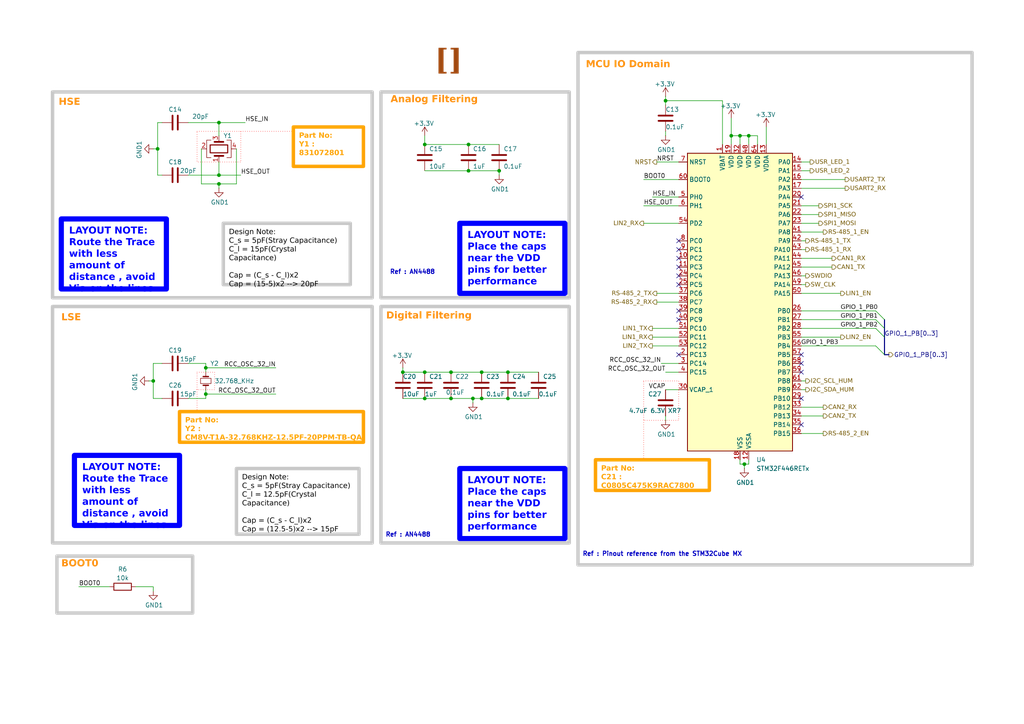
<source format=kicad_sch>
(kicad_sch (version 20231120) (generator "eeschema") (generator_version "8.0")
  (paper "A4")
  (title_block (title "Rapid-Core") (date "2024-09-09") (rev "1.0.1"))
  (lib_symbols
    (symbol "+3.3V_1" (power) (pin_numbers hide) (pin_names (offset 0) hide)
      (property "Value" "+3.3V" (at 0 3.556 0))
      (symbol "+3.3V_1_0_1"
        (polyline (pts (xy -0.762 1.27) (xy 0 2.54)))
        (polyline (pts (xy 0 0) (xy 0 2.54)))
        (polyline (pts (xy 0 2.54) (xy 0.762 1.27)))
      )
      (symbol "+3.3V_1_1_1"
        (pin power_in line (at 0 0 90) (length 0) (name "~") (number "1"))
      )
    )
    (symbol "Device:C" (pin_numbers hide) (pin_names (offset 0.254))
      (property "Reference" "C" (at 0.635 2.54 0))
      (property "Value" "C" (at 0.635 -2.54 0))
      (symbol "C_0_1"
        (polyline (pts (xy -2.032 -0.762) (xy 2.032 -0.762)) (stroke (width 0.508)))
        (polyline (pts (xy -2.032 0.762) (xy 2.032 0.762)) (stroke (width 0.508)))
      )
      (symbol "C_1_1"
        (pin passive line (at 0 3.81 270) (length 2.794) (name "~") (number "1"))
        (pin passive line (at 0 -3.81 90) (length 2.794) (name "~") (number "2"))
      )
    )
    (symbol "Device:Crystal_GND24" (pin_names (offset 1.016) hide)
      (property "Reference" "Y" (at 3.175 5.08 0))
      (property "Value" "Crystal_GND24" (at 3.175 3.175 0))
      (symbol "Crystal_GND24_0_1"
        (rectangle (start -1.143 2.54) (end 1.143 -2.54) (stroke (width 0.3048)))
        (polyline (pts (xy -2.54 0) (xy -2.032 0)))
        (polyline (pts (xy -2.032 -1.27) (xy -2.032 1.27)) (stroke (width 0.508)))
        (polyline (pts (xy 0 -3.81) (xy 0 -3.556)))
        (polyline (pts (xy 0 3.556) (xy 0 3.81)))
        (polyline (pts (xy 2.032 -1.27) (xy 2.032 1.27)) (stroke (width 0.508)))
        (polyline (pts (xy 2.032 0) (xy 2.54 0)))
        (polyline (pts (xy -2.54 -2.286) (xy -2.54 -3.556) (xy 2.54 -3.556) (xy 2.54 -2.286)))
        (polyline (pts (xy -2.54 2.286) (xy -2.54 3.556) (xy 2.54 3.556) (xy 2.54 2.286)))
      )
      (symbol "Crystal_GND24_1_1"
        (pin passive line (at -3.81 0 0) (length 1.27) (name "1") (number "1"))
        (pin passive line (at 0 5.08 270) (length 1.27) (name "2") (number "2"))
        (pin passive line (at 3.81 0 180) (length 1.27) (name "3") (number "3"))
        (pin passive line (at 0 -5.08 90) (length 1.27) (name "4") (number "4"))
      )
    )
    (symbol "Device:Crystal_Small" (pin_numbers hide) (pin_names (offset 1.016) hide)
      (property "Reference" "Y" (at 0 2.54 0))
      (property "Value" "Crystal_Small" (at 0 -2.54 0))
      (symbol "Crystal_Small_0_1"
        (rectangle (start -0.762 -1.524) (end 0.762 1.524))
        (polyline (pts (xy -1.27 -0.762) (xy -1.27 0.762)) (stroke (width 0.381)))
        (polyline (pts (xy 1.27 -0.762) (xy 1.27 0.762)) (stroke (width 0.381)))
      )
      (symbol "Crystal_Small_1_1"
        (pin passive line (at -2.54 0 0) (length 1.27) (name "1") (number "1"))
        (pin passive line (at 2.54 0 180) (length 1.27) (name "2") (number "2"))
      )
    )
    (symbol "Device:R" (pin_numbers hide) (pin_names (offset 0))
      (property "Reference" "R" (at 2.032 0 90))
      (property "Value" "R" (at 0 0 90))
      (symbol "R_0_1"
        (rectangle (start -1.016 -2.54) (end 1.016 2.54) (stroke (width 0.254)))
      )
      (symbol "R_1_1"
        (pin passive line (at 0 3.81 270) (length 1.27) (name "~") (number "1"))
        (pin passive line (at 0 -3.81 90) (length 1.27) (name "~") (number "2"))
      )
    )
    (symbol "GND1_1" (power) (pin_numbers hide) (pin_names (offset 0) hide)
      (property "Value" "GND1" (at 0 -3.81 0))
      (symbol "GND1_1_0_1"
        (polyline (pts (xy 0 0) (xy 0 -1.27) (xy 1.27 -1.27) (xy 0 -2.54) (xy -1.27 -1.27) (xy 0 -1.27)))
      )
      (symbol "GND1_1_1_1"
        (pin power_in line (at 0 0 270) (length 0) (name "~") (number "1"))
      )
    )
    (symbol "MCU_ST_STM32F4:STM32F446RETx"
      (property "Reference" "U" (at -15.24 44.45 0))
      (property "Value" "STM32F446RETx" (at 10.16 44.45 0))
      (symbol "STM32F446RETx_0_1"
        (rectangle (start -15.24 -43.18) (end 15.24 43.18) (stroke (width 0.254)) (fill (type background)))
      )
      (symbol "STM32F446RETx_1_1"
        (pin power_in line (at -5.08 45.72 270) (length 2.54) (name "VBAT") (number "1"))
        (pin bidirectional line (at -17.78 12.7 0) (length 2.54) (name "PC2") (number "10"))
        (pin bidirectional line (at -17.78 10.16 0) (length 2.54) (name "PC3") (number "11"))
        (pin power_in line (at 2.54 -45.72 90) (length 2.54) (name "VSSA") (number "12"))
        (pin power_in line (at 7.62 45.72 270) (length 2.54) (name "VDDA") (number "13"))
        (pin bidirectional line (at 17.78 40.64 180) (length 2.54) (name "PA0") (number "14"))
        (pin bidirectional line (at 17.78 38.1 180) (length 2.54) (name "PA1") (number "15"))
        (pin bidirectional line (at 17.78 35.56 180) (length 2.54) (name "PA2") (number "16"))
        (pin bidirectional line (at 17.78 33.02 180) (length 2.54) (name "PA3") (number "17"))
        (pin power_in line (at 0 -45.72 90) (length 2.54) (name "VSS") (number "18"))
        (pin power_in line (at -2.54 45.72 270) (length 2.54) (name "VDD") (number "19"))
        (pin bidirectional line (at -17.78 -15.24 0) (length 2.54) (name "PC13") (number "2"))
        (pin bidirectional line (at 17.78 30.48 180) (length 2.54) (name "PA4") (number "20"))
        (pin bidirectional line (at 17.78 27.94 180) (length 2.54) (name "PA5") (number "21"))
        (pin bidirectional line (at 17.78 25.4 180) (length 2.54) (name "PA6") (number "22"))
        (pin bidirectional line (at 17.78 22.86 180) (length 2.54) (name "PA7") (number "23"))
        (pin bidirectional line (at -17.78 7.62 0) (length 2.54) (name "PC4") (number "24"))
        (pin bidirectional line (at -17.78 5.08 0) (length 2.54) (name "PC5") (number "25"))
        (pin bidirectional line (at 17.78 -2.54 180) (length 2.54) (name "PB0") (number "26"))
        (pin bidirectional line (at 17.78 -5.08 180) (length 2.54) (name "PB1") (number "27"))
        (pin bidirectional line (at 17.78 -7.62 180) (length 2.54) (name "PB2") (number "28"))
        (pin bidirectional line (at 17.78 -27.94 180) (length 2.54) (name "PB10") (number "29"))
        (pin bidirectional line (at -17.78 -17.78 0) (length 2.54) (name "PC14") (number "3"))
        (pin power_out line (at -17.78 -25.4 0) (length 2.54) (name "VCAP_1") (number "30"))
        (pin passive line (at 0 -45.72 90) (length 2.54) hide (name "VSS") (number "31"))
        (pin power_in line (at 0 45.72 270) (length 2.54) (name "VDD") (number "32"))
        (pin bidirectional line (at 17.78 -30.48 180) (length 2.54) (name "PB12") (number "33"))
        (pin bidirectional line (at 17.78 -33.02 180) (length 2.54) (name "PB13") (number "34"))
        (pin bidirectional line (at 17.78 -35.56 180) (length 2.54) (name "PB14") (number "35"))
        (pin bidirectional line (at 17.78 -38.1 180) (length 2.54) (name "PB15") (number "36"))
        (pin bidirectional line (at -17.78 2.54 0) (length 2.54) (name "PC6") (number "37"))
        (pin bidirectional line (at -17.78 0 0) (length 2.54) (name "PC7") (number "38"))
        (pin bidirectional line (at -17.78 -2.54 0) (length 2.54) (name "PC8") (number "39"))
        (pin bidirectional line (at -17.78 -20.32 0) (length 2.54) (name "PC15") (number "4"))
        (pin bidirectional line (at -17.78 -5.08 0) (length 2.54) (name "PC9") (number "40"))
        (pin bidirectional line (at 17.78 20.32 180) (length 2.54) (name "PA8") (number "41"))
        (pin bidirectional line (at 17.78 17.78 180) (length 2.54) (name "PA9") (number "42"))
        (pin bidirectional line (at 17.78 15.24 180) (length 2.54) (name "PA10") (number "43"))
        (pin bidirectional line (at 17.78 12.7 180) (length 2.54) (name "PA11") (number "44"))
        (pin bidirectional line (at 17.78 10.16 180) (length 2.54) (name "PA12") (number "45"))
        (pin bidirectional line (at 17.78 7.62 180) (length 2.54) (name "PA13") (number "46"))
        (pin passive line (at 0 -45.72 90) (length 2.54) hide (name "VSS") (number "47"))
        (pin power_in line (at 2.54 45.72 270) (length 2.54) (name "VDD") (number "48"))
        (pin bidirectional line (at 17.78 5.08 180) (length 2.54) (name "PA14") (number "49"))
        (pin bidirectional line (at -17.78 30.48 0) (length 2.54) (name "PH0") (number "5"))
        (pin bidirectional line (at 17.78 2.54 180) (length 2.54) (name "PA15") (number "50"))
        (pin bidirectional line (at -17.78 -7.62 0) (length 2.54) (name "PC10") (number "51"))
        (pin bidirectional line (at -17.78 -10.16 0) (length 2.54) (name "PC11") (number "52"))
        (pin bidirectional line (at -17.78 -12.7 0) (length 2.54) (name "PC12") (number "53"))
        (pin bidirectional line (at -17.78 22.86 0) (length 2.54) (name "PD2") (number "54"))
        (pin bidirectional line (at 17.78 -10.16 180) (length 2.54) (name "PB3") (number "55"))
        (pin bidirectional line (at 17.78 -12.7 180) (length 2.54) (name "PB4") (number "56"))
        (pin bidirectional line (at 17.78 -15.24 180) (length 2.54) (name "PB5") (number "57"))
        (pin bidirectional line (at 17.78 -17.78 180) (length 2.54) (name "PB6") (number "58"))
        (pin bidirectional line (at 17.78 -20.32 180) (length 2.54) (name "PB7") (number "59"))
        (pin bidirectional line (at -17.78 27.94 0) (length 2.54) (name "PH1") (number "6"))
        (pin input line (at -17.78 35.56 0) (length 2.54) (name "BOOT0") (number "60"))
        (pin bidirectional line (at 17.78 -22.86 180) (length 2.54) (name "PB8") (number "61"))
        (pin bidirectional line (at 17.78 -25.4 180) (length 2.54) (name "PB9") (number "62"))
        (pin passive line (at 0 -45.72 90) (length 2.54) hide (name "VSS") (number "63"))
        (pin power_in line (at 5.08 45.72 270) (length 2.54) (name "VDD") (number "64"))
        (pin input line (at -17.78 40.64 0) (length 2.54) (name "NRST") (number "7"))
        (pin bidirectional line (at -17.78 17.78 0) (length 2.54) (name "PC0") (number "8"))
        (pin bidirectional line (at -17.78 15.24 0) (length 2.54) (name "PC1") (number "9"))
      )
    )
  )
  (junction (at 217.17 39.37))
  (junction (at 59.69 106.68))
  (junction (at 135.89 41.91))
  (junction (at 63.5 53.34))
  (junction (at 45.72 43.18))
  (junction (at 123.19 107.95))
  (junction (at 193.04 29.21))
  (junction (at 44.45 110.49))
  (junction (at 147.32 115.57))
  (junction (at 139.7 107.95))
  (junction (at 135.89 49.53))
  (junction (at 130.81 115.57))
  (junction (at 139.7 115.57))
  (junction (at 147.32 107.95))
  (junction (at 63.5 35.56))
  (junction (at 212.09 39.37))
  (junction (at 215.9 134.62))
  (junction (at 144.78 49.53))
  (junction (at 63.5 50.8))
  (junction (at 214.63 39.37))
  (junction (at 59.69 114.3))
  (junction (at 130.81 107.95))
  (junction (at 123.19 115.57))
  (junction (at 123.19 41.91))
  (junction (at 137.16 115.57))
  (junction (at 116.84 107.95))
  (no_connect (at 232.41 107.95))
  (no_connect (at 196.85 102.87))
  (no_connect (at 232.41 105.41))
  (no_connect (at 232.41 123.19))
  (no_connect (at 232.41 115.57))
  (no_connect (at 196.85 92.71))
  (no_connect (at 196.85 90.17))
  (no_connect (at 232.41 102.87))
  (no_connect (at 196.85 74.93))
  (no_connect (at 196.85 82.55))
  (no_connect (at 196.85 80.01))
  (no_connect (at 196.85 77.47))
  (no_connect (at 196.85 72.39))
  (no_connect (at 196.85 69.85))
  (no_connect (at 232.41 57.15))
  (bus_entry (at 254 90.17) (size 2.54 2.54))
  (bus_entry (at 254 95.25) (size 2.54 2.54))
  (bus_entry (at 254 92.71) (size 2.54 2.54))
  (bus_entry (at 254 100.33) (size 2.54 2.54))
  (wire (pts (xy 232.41 54.61) (xy 245.11 54.61)))
  (wire (pts (xy 144.78 49.53) (xy 144.78 50.8)))
  (wire (pts (xy 123.19 39.37) (xy 123.19 41.91)))
  (wire (pts (xy 116.84 106.68) (xy 116.84 107.95)))
  (wire (pts (xy 130.81 107.95) (xy 139.7 107.95)))
  (wire (pts (xy 123.19 115.57) (xy 130.81 115.57)))
  (wire (pts (xy 209.55 29.21) (xy 209.55 41.91)))
  (wire (pts (xy 54.61 105.41) (xy 59.69 105.41)))
  (wire (pts (xy 217.17 39.37) (xy 219.71 39.37)))
  (wire (pts (xy 233.68 69.85) (xy 232.41 69.85)))
  (wire (pts (xy 59.69 114.3) (xy 59.69 113.03)))
  (wire (pts (xy 215.9 134.62) (xy 215.9 135.89)))
  (wire (pts (xy 43.18 110.49) (xy 44.45 110.49)))
  (wire (pts (xy 22.86 170.18) (xy 31.75 170.18)))
  (wire (pts (xy 232.41 77.47) (xy 241.3 77.47)))
  (polyline (pts (xy 69.85 38.1) (xy 85.09 38.1)) (stroke (width 0) (type dot) (color 255 0 7 1)))
  (wire (pts (xy 44.45 110.49) (xy 44.45 105.41)))
  (wire (pts (xy 45.72 43.18) (xy 44.45 43.18)))
  (wire (pts (xy 190.5 87.63) (xy 196.85 87.63)))
  (wire (pts (xy 63.5 35.56) (xy 71.12 35.56)))
  (wire (pts (xy 232.41 59.69) (xy 237.49 59.69)))
  (wire (pts (xy 232.41 67.31) (xy 238.76 67.31)))
  (bus (pts (xy 256.54 97.79) (xy 256.54 102.87)))
  (wire (pts (xy 59.69 106.68) (xy 80.01 106.68)))
  (polyline (pts (xy 186.69 121.92) (xy 186.69 133.35)) (stroke (width 0) (type dot) (color 255 23 0 1)))
  (wire (pts (xy 232.41 74.93) (xy 241.3 74.93)))
  (wire (pts (xy 193.04 29.21) (xy 193.04 27.94)))
  (wire (pts (xy 219.71 39.37) (xy 219.71 41.91)))
  (wire (pts (xy 68.58 43.18) (xy 68.58 53.34)))
  (wire (pts (xy 59.69 114.3) (xy 80.01 114.3)))
  (wire (pts (xy 232.41 52.07) (xy 245.11 52.07)))
  (wire (pts (xy 232.41 92.71) (xy 254 92.71)))
  (wire (pts (xy 232.41 62.23) (xy 237.49 62.23)))
  (wire (pts (xy 116.84 107.95) (xy 123.19 107.95)))
  (wire (pts (xy 189.23 95.25) (xy 196.85 95.25)))
  (wire (pts (xy 214.63 134.62) (xy 215.9 134.62)))
  (wire (pts (xy 45.72 35.56) (xy 45.72 43.18)))
  (wire (pts (xy 46.99 115.57) (xy 44.45 115.57)))
  (wire (pts (xy 147.32 115.57) (xy 156.21 115.57)))
  (wire (pts (xy 63.5 50.8) (xy 69.85 50.8)))
  (wire (pts (xy 58.42 43.18) (xy 58.42 53.34)))
  (wire (pts (xy 190.5 85.09) (xy 196.85 85.09)))
  (wire (pts (xy 147.32 107.95) (xy 156.21 107.95)))
  (wire (pts (xy 232.41 97.79) (xy 243.84 97.79)))
  (wire (pts (xy 193.04 29.21) (xy 209.55 29.21)))
  (wire (pts (xy 58.42 53.34) (xy 63.5 53.34)))
  (polyline (pts (xy 57.15 113.03) (xy 57.15 119.38)) (stroke (width 0) (type dot) (color 255 0 6 1)))
  (wire (pts (xy 217.17 39.37) (xy 217.17 41.91)))
  (wire (pts (xy 54.61 35.56) (xy 63.5 35.56)))
  (wire (pts (xy 63.5 53.34) (xy 68.58 53.34)))
  (wire (pts (xy 44.45 105.41) (xy 46.99 105.41)))
  (wire (pts (xy 135.89 49.53) (xy 144.78 49.53)))
  (wire (pts (xy 233.68 82.55) (xy 232.41 82.55)))
  (wire (pts (xy 45.72 35.56) (xy 46.99 35.56)))
  (wire (pts (xy 189.23 100.33) (xy 196.85 100.33)))
  (wire (pts (xy 186.69 64.77) (xy 196.85 64.77)))
  (wire (pts (xy 232.41 64.77) (xy 237.49 64.77)))
  (wire (pts (xy 63.5 46.99) (xy 63.5 50.8)))
  (wire (pts (xy 232.41 90.17) (xy 254 90.17)))
  (wire (pts (xy 214.63 39.37) (xy 217.17 39.37)))
  (wire (pts (xy 139.7 107.95) (xy 147.32 107.95)))
  (wire (pts (xy 214.63 134.62) (xy 214.63 133.35)))
  (wire (pts (xy 44.45 110.49) (xy 44.45 115.57)))
  (bus (pts (xy 256.54 95.25) (xy 256.54 97.79)))
  (wire (pts (xy 214.63 39.37) (xy 214.63 41.91)))
  (wire (pts (xy 123.19 41.91) (xy 135.89 41.91)))
  (wire (pts (xy 232.41 120.65) (xy 238.76 120.65)))
  (wire (pts (xy 232.41 95.25) (xy 254 95.25)))
  (wire (pts (xy 63.5 54.61) (xy 63.5 53.34)))
  (wire (pts (xy 193.04 107.95) (xy 196.85 107.95)))
  (bus (pts (xy 256.54 92.71) (xy 256.54 95.25)))
  (wire (pts (xy 186.69 52.07) (xy 196.85 52.07)))
  (wire (pts (xy 186.69 59.69) (xy 196.85 59.69)))
  (wire (pts (xy 193.04 39.37) (xy 193.04 38.1)))
  (wire (pts (xy 59.69 106.68) (xy 59.69 107.95)))
  (wire (pts (xy 189.23 97.79) (xy 196.85 97.79)))
  (wire (pts (xy 193.04 30.48) (xy 193.04 29.21)))
  (wire (pts (xy 191.77 105.41) (xy 196.85 105.41)))
  (wire (pts (xy 232.41 118.11) (xy 238.76 118.11)))
  (wire (pts (xy 222.25 36.83) (xy 222.25 41.91)))
  (wire (pts (xy 123.19 49.53) (xy 135.89 49.53)))
  (wire (pts (xy 189.23 57.15) (xy 196.85 57.15)))
  (wire (pts (xy 232.41 100.33) (xy 254 100.33)))
  (wire (pts (xy 212.09 39.37) (xy 214.63 39.37)))
  (wire (pts (xy 232.41 85.09) (xy 243.84 85.09)))
  (wire (pts (xy 59.69 115.57) (xy 59.69 114.3)))
  (wire (pts (xy 116.84 115.57) (xy 123.19 115.57)))
  (wire (pts (xy 233.68 72.39) (xy 232.41 72.39)))
  (wire (pts (xy 45.72 50.8) (xy 45.72 43.18)))
  (wire (pts (xy 217.17 134.62) (xy 217.17 133.35)))
  (wire (pts (xy 54.61 50.8) (xy 63.5 50.8)))
  (wire (pts (xy 233.68 113.03) (xy 232.41 113.03)))
  (wire (pts (xy 54.61 115.57) (xy 59.69 115.57)))
  (wire (pts (xy 130.81 115.57) (xy 137.16 115.57)))
  (wire (pts (xy 137.16 115.57) (xy 139.7 115.57)))
  (bus (pts (xy 257.81 102.87) (xy 256.54 102.87)))
  (wire (pts (xy 233.68 80.01) (xy 232.41 80.01)))
  (wire (pts (xy 193.04 113.03) (xy 196.85 113.03)))
  (wire (pts (xy 135.89 41.91) (xy 144.78 41.91)))
  (wire (pts (xy 232.41 49.53) (xy 234.95 49.53)))
  (wire (pts (xy 238.76 125.73) (xy 232.41 125.73)))
  (wire (pts (xy 137.16 116.84) (xy 137.16 115.57)))
  (wire (pts (xy 212.09 39.37) (xy 212.09 41.91)))
  (wire (pts (xy 123.19 107.95) (xy 130.81 107.95)))
  (wire (pts (xy 39.37 170.18) (xy 44.45 170.18)))
  (wire (pts (xy 232.41 46.99) (xy 234.95 46.99)))
  (wire (pts (xy 193.04 120.65) (xy 193.04 121.92)))
  (wire (pts (xy 212.09 34.29) (xy 212.09 39.37)))
  (wire (pts (xy 139.7 115.57) (xy 147.32 115.57)))
  (wire (pts (xy 190.5 46.99) (xy 196.85 46.99)))
  (wire (pts (xy 63.5 35.56) (xy 63.5 39.37)))
  (wire (pts (xy 215.9 134.62) (xy 217.17 134.62)))
  (wire (pts (xy 44.45 170.18) (xy 44.45 171.45)))
  (wire (pts (xy 59.69 105.41) (xy 59.69 106.68)))
  (wire (pts (xy 233.68 110.49) (xy 232.41 110.49)))
  (wire (pts (xy 46.99 50.8) (xy 45.72 50.8)))
  (rectangle (start 186.69 110.49) (end 196.85 121.92) (stroke (width 0) (type dot) (color 255 0 2 1)))
  (rectangle (start 15.24 88.9) (end 107.95 157.48) (stroke (width 1) (color 200 200 200 1)))
  (rectangle (start 57.15 107.95) (end 62.23 113.03) (stroke (width 0) (type dot) (color 255 12 19 1)))
  (rectangle (start 57.15 38.1) (end 69.85 46.99) (stroke (width 0) (type dot) (color 255 10 4 1)))
  (rectangle (start 167.64 15.24) (end 281.94 163.83) (stroke (width 1) (color 200 200 200 1)))
  (rectangle (start 110.49 26.67) (end 165.1 86.36) (stroke (width 1) (color 200 200 200 1)))
  (rectangle (start 16.51 161.29) (end 55.88 177.8) (stroke (width 1) (color 200 200 200 1)))
  (rectangle (start 110.49 88.9) (end 165.1 157.48) (stroke (width 1) (color 200 200 200 1)))
  (rectangle (start 15.24 26.67) (end 107.95 86.36) (stroke (width 1) (color 200 200 200 1)))
  (text_box "Design Note:\nC_s = 5pF(Stray Capacitance)\nC_l = 12.5pF(Crystal Capacitance)\n\nCap = (C_s - C_l)x2\nCap = (12.5-5)x2 --> 15pF" (at 68.58 135.89 0) (size 35.56 19.05) (stroke (width 1) (color 200 200 200 1)) (effects (font (size 1.5 1.5)) (justify left top)))
  (text_box "Design Note:\nC_s = 5pF(Stray Capacitance)\nC_l = 15pF(Crystal Capacitance)\n\nCap = (C_s - C_l)x2\nCap = (15-5)x2 --> 20pF\n" (at 64.77 64.77 0) (size 36.83 17.78) (stroke (width 1) (color 200 200 200 1)) (effects (font (size 1.5 1.5)) (justify left top)))
  (text_box "Part No: \nC21 : C0805C475K9RAC7800" (at 172.72 133.35 0) (size 33.02 8.89) (stroke (width 1) (color 255 163 5 1)) (effects (font (size 1.5 1.5) (thickness 0.4) (bold yes)) (justify left top)))
  (text_box "Part No: \nY2 : CM8V-T1A-32.768KHZ-12.5PF-20PPM-TB-QA" (at 52.07 119.38 0) (size 53.34 8.89) (stroke (width 1) (color 255 163 5 1)) (effects (font (size 1.5 1.5) (thickness 0.4) (bold yes)) (justify left top)))
  (text_box "LAYOUT NOTE:\nRoute the Trace with less amount of distance , avoid Via on the lines" (at 21.59 132.08 0) (size 30.48 20.32) (stroke (width 1.5) (color 0 0 255 1)) (effects (font (size 2 2) (thickness 0.4) (bold yes)) (justify left top)))
  (text_box "LAYOUT NOTE:\nPlace the caps near the VDD pins for better performance" (at 133.35 135.89 0) (size 30.48 20.32) (stroke (width 1.5) (color 0 0 255 1)) (effects (font (size 2 2) (thickness 0.4) (bold yes)) (justify left top)))
  (text_box "Part No: \nY1 : 831072801" (at 85.09 36.83 0) (size 20.32 11.43) (stroke (width 1) (color 255 163 5 1)) (effects (font (size 1.5 1.5) (thickness 0.4) (bold yes)) (justify left top)))
  (text_box "LAYOUT NOTE:\nPlace the caps near the VDD pins for better performance" (at 133.35 64.77 0) (size 30.48 20.32) (stroke (width 1.5) (color 0 0 255 1)) (effects (font (size 2 2) (thickness 0.4) (bold yes)) (justify left top)))
  (text_box "LAYOUT NOTE:\nRoute the Trace with less amount of distance , avoid Via on the lines" (at 17.78 63.5 0) (size 30.48 20.32) (stroke (width 1.5) (color 0 0 255 1)) (effects (font (size 2 2) (thickness 0.4) (bold yes)) (justify left top)))
  (text "Ref : AN4488\n" (at 113.03 79.756 0) (effects (font (size 1.27 1.27) (bold yes)) (justify left bottom)))
  (text "Ref : AN4488\n" (at 111.76 155.956 0) (effects (font (size 1.27 1.27) (bold yes)) (justify left bottom)))
  (text "[${#}] ${SHEETNAME}" (at 131.572 19.558 0) (effects (font (size 6 6) (thickness 0.254) (bold yes))))
  (text "Digital Filtering" (at 112.014 93.472 0) (effects (font (size 2 2) (thickness 0.254) (bold yes)) (justify left bottom)))
  (text "Analog Filtering" (at 113.284 30.734 0) (effects (font (size 2 2) (thickness 0.254) (bold yes)) (justify left bottom)))
  (text "Ref : Pinout reference from the STM32Cube MX" (at 168.91 161.544 0) (effects (font (size 1.27 1.27) (bold yes)) (justify left bottom)))
  (text "BOOT0 " (at 17.78 165.354 0) (effects (font (size 2 2) (thickness 0.254) (bold yes)) (justify left bottom)))
  (text "LSE" (at 17.78 93.98 0) (effects (font (size 2 2) (thickness 0.254) (bold yes)) (justify left bottom)))
  (text "MCU IO Domain" (at 169.926 20.574 0) (effects (font (size 2 2) (thickness 0.254) (bold yes)) (justify left bottom)))
  (text "HSE" (at 17.018 31.496 0) (effects (font (size 2 2) (thickness 0.254) (bold yes)) (justify left bottom)))
  (label "NRST" (at 190.5 46.99 0))
  (label "BOOT0" (at 22.86 170.18 0))
  (label "HSE_IN" (at 71.12 35.56 0))
  (label "GPIO_1_PB1" (at 243.84 92.71 0))
  (label "HSE_OUT" (at 186.69 59.69 0))
  (label "GPIO_1_PB[0..3]" (at 256.54 97.79 0))
  (label "GPIO_1_PB3" (at 232.41 100.33 0))
  (label "RCC_OSC_32_OUT" (at 193.04 107.95 180))
  (label "GPIO_1_PB0" (at 243.84 90.17 0))
  (label "HSE_IN" (at 189.23 57.15 0))
  (label "HSE_OUT" (at 69.85 50.8 0))
  (label "GPIO_1_PB2" (at 243.84 95.25 0))
  (label "BOOT0" (at 186.69 52.07 0))
  (label "RCC_OSC_32_IN" (at 80.01 106.68 180))
  (label "VCAP" (at 193.04 113.03 180))
  (label "RCC_OSC_32_IN" (at 191.77 105.41 180))
  (label "RCC_OSC_32_OUT" (at 80.01 114.3 180))
  (hierarchical_label "USART2_TX" (shape output) (at 245.11 52.07 0))
  (hierarchical_label "RS-485_1_EN" (shape output) (at 238.76 67.31 0))
  (hierarchical_label "SPI1_MISO" (shape output) (at 237.49 62.23 0))
  (hierarchical_label "CAN2_RX" (shape output) (at 238.76 118.11 0))
  (hierarchical_label "LIN2_TX" (shape output) (at 189.23 100.33 180))
  (hierarchical_label "SWDIO" (shape output) (at 233.68 80.01 0))
  (hierarchical_label "CAN1_RX" (shape output) (at 241.3 74.93 0))
  (hierarchical_label "USR_LED_1" (shape output) (at 234.95 46.99 0))
  (hierarchical_label "RS-485_1_RX" (shape output) (at 233.68 72.39 0))
  (hierarchical_label "SW_CLK" (shape output) (at 233.68 82.55 0))
  (hierarchical_label "LIN1_EN" (shape output) (at 243.84 85.09 0))
  (hierarchical_label "RS-485_1_TX" (shape output) (at 233.68 69.85 0))
  (hierarchical_label "SPI1_MOSI" (shape output) (at 237.49 64.77 0))
  (hierarchical_label "RS-485_2_EN" (shape output) (at 238.76 125.73 0))
  (hierarchical_label "CAN1_TX" (shape output) (at 241.3 77.47 0))
  (hierarchical_label "USR_LED_2" (shape output) (at 234.95 49.53 0))
  (hierarchical_label "LIN2_RX" (shape output) (at 186.69 64.77 180))
  (hierarchical_label "RS-485_2_RX" (shape output) (at 190.5 87.63 180))
  (hierarchical_label "I2C_SCL_HUM" (shape output) (at 233.68 110.49 0))
  (hierarchical_label "USART2_RX" (shape output) (at 245.11 54.61 0))
  (hierarchical_label "NRST" (shape output) (at 190.5 46.99 180))
  (hierarchical_label "LIN1_TX" (shape output) (at 189.23 95.25 180))
  (hierarchical_label "CAN2_TX" (shape output) (at 238.76 120.65 0))
  (hierarchical_label "LIN1_RX" (shape output) (at 189.23 97.79 180))
  (hierarchical_label "I2C_SDA_HUM" (shape output) (at 233.68 113.03 0))
  (hierarchical_label "RS-485_2_TX" (shape output) (at 190.5 85.09 180))
  (hierarchical_label "LIN2_EN" (shape output) (at 243.84 97.79 0))
  (hierarchical_label "GPIO_1_PB[0..3]" (shape output) (at 257.81 102.87 0))
  (hierarchical_label "SPI1_SCK" (shape output) (at 237.49 59.69 0))
  (symbol (lib_id "Device:C") (at 123.19 45.72 0) (unit 1)
    (property "Reference" "C15" (at 124.46 43.18 0) (effects (justify left)))
    (property "Value" "10uF" (at 124.46 48.26 0) (effects (justify left)))
    (property "Footprint" "Capacitor_SMD:C_0805_2012Metric_Pad1.18x1.45mm_HandSolder" (effects (hide yes)))
  )
  (symbol (lib_id "Device:R") (at 35.56 170.18 90) (unit 1)
    (property "Reference" "R6" (at 35.56 165.1 90))
    (property "Value" "10k" (at 35.56 167.64 90))
    (property "Footprint" "Resistor_SMD:R_0805_2012Metric_Pad1.20x1.40mm_HandSolder" (effects (hide yes)))
  )
  (symbol (lib_name "GND1_1") (lib_id "power:GND1") (at 43.18 110.49 270) (unit 1)
    (property "Reference" "#PWR044" (effects (hide yes)))
    (property "Value" "GND1" (at 39.116 110.744 0))
    (property "Description" "Power symbol creates a global label with name \"GND1\" , ground" (effects (hide yes)))
  )
  (symbol (lib_id "Device:C") (at 50.8 105.41 90) (unit 1)
    (property "Reference" "C19" (at 50.8 101.6 90))
    (property "Value" "15pF" (at 54.61 104.14 90))
    (property "Footprint" "Capacitor_SMD:C_0603_1608Metric" (effects (hide yes)))
  )
  (symbol (lib_name "GND1_1") (lib_id "power:GND1") (at 144.78 50.8 0) (unit 1)
    (property "Reference" "#PWR041" (effects (hide yes)))
    (property "Value" "GND1" (at 145.034 54.864 0))
    (property "Description" "Power symbol creates a global label with name \"GND1\" , ground" (effects (hide yes)))
  )
  (symbol (lib_id "Device:Crystal_Small") (at 59.69 110.49 90) (unit 1)
    (property "Reference" "Y2" (at 60.96 105.41 90) (effects (justify right)))
    (property "Value" "32.768_KHz" (at 62.23 110.49 90) (effects (justify right)))
    (property "Footprint" "Crystal:Crystal_SMD_MicroCrystal_CC8V-T1A-2Pin_2.0x1.2mm" (effects (hide yes)))
  )
  (symbol (lib_id "Device:C") (at 50.8 50.8 90) (unit 1)
    (property "Reference" "C18" (at 50.8 46.99 90))
    (property "Value" "20pF" (at 54.61 49.53 90))
    (property "Footprint" "Capacitor_SMD:C_0603_1608Metric" (effects (hide yes)))
  )
  (symbol (lib_name "GND1_1") (lib_id "power:GND1") (at 44.45 43.18 270) (unit 1)
    (property "Reference" "#PWR040" (effects (hide yes)))
    (property "Value" "GND1" (at 40.386 43.434 0))
    (property "Description" "Power symbol creates a global label with name \"GND1\" , ground" (effects (hide yes)))
  )
  (symbol (lib_id "Device:C") (at 144.78 45.72 0) (unit 1)
    (property "Reference" "C17" (at 146.05 43.18 0) (effects (justify left)))
    (property "Value" "0.1uF" (at 146.05 48.26 0) (effects (justify left)))
    (property "Footprint" "Capacitor_SMD:C_0603_1608Metric_Pad1.08x0.95mm_HandSolder" (effects (hide yes)))
  )
  (symbol (lib_id "Device:C") (at 50.8 115.57 90) (unit 1)
    (property "Reference" "C26" (at 50.8 111.76 90))
    (property "Value" "15pF" (at 54.61 114.3 90))
    (property "Footprint" "Capacitor_SMD:C_0603_1608Metric" (effects (hide yes)))
  )
  (symbol (lib_name "GND1_1") (lib_id "power:GND1") (at 63.5 54.61 0) (unit 1)
    (property "Reference" "#PWR042" (effects (hide yes)))
    (property "Value" "GND1" (at 63.754 58.674 0))
    (property "Description" "Power symbol creates a global label with name \"GND1\" , ground" (effects (hide yes)))
  )
  (symbol (lib_name "GND1_1") (lib_id "power:GND1") (at 44.45 171.45 0) (unit 1)
    (property "Reference" "#PWR048" (effects (hide yes)))
    (property "Value" "GND1" (at 44.704 175.514 0))
    (property "Description" "Power symbol creates a global label with name \"GND1\" , ground" (effects (hide yes)))
  )
  (symbol (lib_id "Device:C") (at 135.89 45.72 0) (unit 1)
    (property "Reference" "C16" (at 137.16 43.18 0) (effects (justify left)))
    (property "Value" "1uF" (at 137.16 48.26 0) (effects (justify left)))
    (property "Footprint" "Capacitor_SMD:C_0603_1608Metric_Pad1.08x0.95mm_HandSolder" (effects (hide yes)))
  )
  (symbol (lib_name "GND1_1") (lib_id "power:GND1") (at 193.04 121.92 0) (unit 1)
    (property "Reference" "#PWR046" (effects (hide yes)))
    (property "Value" "GND1" (at 193.294 125.984 0))
    (property "Description" "Power symbol creates a global label with name \"GND1\" , ground" (effects (hide yes)))
  )
  (symbol (lib_id "Device:C") (at 116.84 111.76 0) (unit 1)
    (property "Reference" "C20" (at 116.84 109.22 0) (effects (justify left)))
    (property "Value" "10uF" (at 116.84 114.3 0) (effects (justify left)))
    (property "Footprint" "Capacitor_SMD:C_0805_2012Metric_Pad1.18x1.45mm_HandSolder" (effects (hide yes)))
  )
  (symbol (lib_id "MCU_ST_STM32F4:STM32F446RETx") (at 214.63 87.63 0) (unit 1)
    (property "Reference" "U4" (at 219.3641 133.35 0) (effects (justify left)))
    (property "Value" "STM32F446RETx" (at 219.3641 135.89 0) (effects (justify left)))
    (property "Footprint" "Package_QFP:LQFP-64_10x10mm_P0.5mm" (effects (hide yes)))
    (property "Datasheet" "https://www.st.com/resource/en/datasheet/stm32f446re.pdf" (effects (hide yes)))
    (property "Description" "STMicroelectronics Arm Cortex-M4 MCU, 512KB flash, 128KB RAM, 180 MHz, 1.8-3.6V, 50 GPIO, LQFP64" (effects (hide yes)))
  )
  (symbol (lib_name "GND1_1") (lib_id "power:GND1") (at 193.04 39.37 0) (unit 1)
    (property "Reference" "#PWR039" (effects (hide yes)))
    (property "Value" "GND1" (at 193.294 43.434 0))
    (property "Description" "Power symbol creates a global label with name \"GND1\" , ground" (effects (hide yes)))
  )
  (symbol (lib_id "Device:Crystal_GND24") (at 63.5 43.18 90) (unit 1)
    (property "Reference" "Y1" (at 66.04 39.37 90))
    (property "Value" "Crystal_GND24" (effects (hide yes)))
    (property "Footprint" "Crystal:Crystal_SMD_2520-4Pin_2.5x2.0mm" (effects (hide yes)))
  )
  (symbol (lib_name "+3.3V_1") (lib_id "power:+3.3V") (at 123.19 39.37 0) (unit 1)
    (property "Reference" "#PWR038" (effects (hide yes)))
    (property "Value" "+3.3V" (at 122.936 35.814 0))
    (property "Description" "Power symbol creates a global label with name \"+3.3V\"" (effects (hide yes)))
  )
  (symbol (lib_id "Device:C") (at 156.21 111.76 0) (unit 1)
    (property "Reference" "C25" (at 157.48 109.22 0) (effects (justify left)))
    (property "Value" "0.1uF" (at 156.21 114.3 0) (effects (justify left)))
    (property "Footprint" "Capacitor_SMD:C_0603_1608Metric_Pad1.08x0.95mm_HandSolder" (effects (hide yes)))
  )
  (symbol (lib_name "+3.3V_1") (lib_id "power:+3.3V") (at 222.25 36.83 0) (unit 1)
    (property "Reference" "#PWR037" (effects (hide yes)))
    (property "Value" "+3.3V" (at 221.996 33.274 0))
    (property "Description" "Power symbol creates a global label with name \"+3.3V\"" (effects (hide yes)))
  )
  (symbol (lib_name "+3.3V_1") (lib_id "power:+3.3V") (at 116.84 106.68 0) (unit 1)
    (property "Reference" "#PWR043" (effects (hide yes)))
    (property "Value" "+3.3V" (at 116.586 103.124 0))
    (property "Description" "Power symbol creates a global label with name \"+3.3V\"" (effects (hide yes)))
  )
  (symbol (lib_id "Device:C") (at 50.8 35.56 90) (unit 1)
    (property "Reference" "C14" (at 50.8 31.75 90))
    (property "Value" "20pF" (at 58.166 33.782 90))
    (property "Footprint" "Capacitor_SMD:C_0603_1608Metric" (effects (hide yes)))
  )
  (symbol (lib_name "+3.3V_1") (lib_id "power:+3.3V") (at 212.09 34.29 0) (unit 1)
    (property "Reference" "#PWR036" (effects (hide yes)))
    (property "Value" "+3.3V" (at 211.836 30.734 0))
    (property "Description" "Power symbol creates a global label with name \"+3.3V\"" (effects (hide yes)))
  )
  (symbol (lib_id "Device:C") (at 193.04 34.29 0) (unit 1)
    (property "Reference" "C13" (at 193.04 31.75 0) (effects (justify left)))
    (property "Value" "0.1uF" (at 193.04 36.83 0) (effects (justify left)))
    (property "Footprint" "Capacitor_SMD:C_0603_1608Metric_Pad1.08x0.95mm_HandSolder" (effects (hide yes)))
  )
  (symbol (lib_id "Device:C") (at 193.04 116.84 0) (unit 1)
    (property "Reference" "C27" (at 187.96 114.3 0) (effects (justify left)))
    (property "Value" "4.7uF 6.3V XR7" (at 182.372 119.126 0) (effects (justify left)))
    (property "Footprint" "Capacitor_SMD:C_0805_2012Metric_Pad1.18x1.45mm_HandSolder" (effects (hide yes)))
  )
  (symbol (lib_id "Device:C") (at 123.19 111.76 0) (unit 1)
    (property "Reference" "C21" (at 124.46 109.22 0) (effects (justify left)))
    (property "Value" "1uF" (at 123.19 114.3 0) (effects (justify left)))
    (property "Footprint" "Capacitor_SMD:C_0603_1608Metric_Pad1.08x0.95mm_HandSolder" (effects (hide yes)))
  )
  (symbol (lib_name "GND1_1") (lib_id "power:GND1") (at 215.9 135.89 0) (unit 1)
    (property "Reference" "#PWR047" (effects (hide yes)))
    (property "Value" "GND1" (at 216.154 139.954 0))
    (property "Description" "Power symbol creates a global label with name \"GND1\" , ground" (effects (hide yes)))
  )
  (symbol (lib_id "Device:C") (at 139.7 111.76 0) (unit 1)
    (property "Reference" "C23" (at 140.97 109.22 0) (effects (justify left)))
    (property "Value" "0.1uF" (at 140.97 114.3 0) (effects (justify left)))
    (property "Footprint" "Capacitor_SMD:C_0603_1608Metric_Pad1.08x0.95mm_HandSolder" (effects (hide yes)))
  )
  (symbol (lib_id "Device:C") (at 130.81 111.76 0) (unit 1)
    (property "Reference" "C22" (at 132.08 109.22 0) (effects (justify left)))
    (property "Value" "0.1uF" (at 129.286 113.792 0) (effects (justify left)))
    (property "Footprint" "Capacitor_SMD:C_0603_1608Metric_Pad1.08x0.95mm_HandSolder" (effects (hide yes)))
  )
  (symbol (lib_name "+3.3V_1") (lib_id "power:+3.3V") (at 193.04 27.94 0) (unit 1)
    (property "Reference" "#PWR035" (effects (hide yes)))
    (property "Value" "+3.3V" (at 192.786 24.384 0))
    (property "Description" "Power symbol creates a global label with name \"+3.3V\"" (effects (hide yes)))
  )
  (symbol (lib_name "GND1_1") (lib_id "power:GND1") (at 137.16 116.84 0) (unit 1)
    (property "Reference" "#PWR045" (effects (hide yes)))
    (property "Value" "GND1" (at 137.414 120.904 0))
    (property "Description" "Power symbol creates a global label with name \"GND1\" , ground" (effects (hide yes)))
  )
  (symbol (lib_id "Device:C") (at 147.32 111.76 0) (unit 1)
    (property "Reference" "C24" (at 148.59 109.22 0) (effects (justify left)))
    (property "Value" "0.1uF" (at 148.59 114.3 0) (effects (justify left)))
    (property "Footprint" "Capacitor_SMD:C_0603_1608Metric_Pad1.08x0.95mm_HandSolder" (effects (hide yes)))
  )
)
</source>
